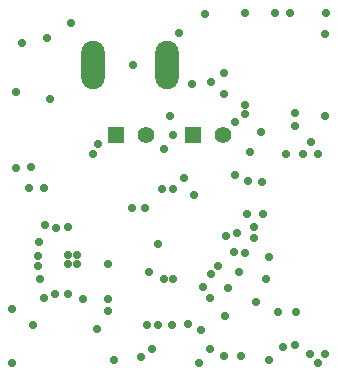
<source format=gbr>
G04 --- HEADER BEGIN --- *
G04 #@! TF.GenerationSoftware,LibrePCB,LibrePCB,1.0.1-unstable*
G04 #@! TF.CreationDate,2023-09-17T23:29:36*
G04 #@! TF.ProjectId,d0-reader,9220702f-a48e-4216-8865-87f6ea8ca353,v1*
G04 #@! TF.Part,Single*
G04 #@! TF.SameCoordinates*
G04 #@! TF.FileFunction,Copper,L3,Inr*
G04 #@! TF.FilePolarity,Positive*
%FSLAX66Y66*%
%MOMM*%
G01*
G75*
G04 --- HEADER END --- *
G04 --- APERTURE LIST BEGIN --- *
G04 #@! TA.AperFunction,ComponentPad*
%ADD10R,1.4X1.4*%
%ADD11C,1.4*%
%ADD12O,2.0X4.1*%
G04 #@! TA.AperFunction,ViaPad*
%ADD13C,0.7*%
G04 #@! TD*
G04 --- APERTURE LIST END --- *
G04 --- BOARD BEGIN --- *
D10*
G04 #@! TO.N,IR_RX*
G04 #@! TO.C,T1*
G04 #@! TO.P,T1,C,C*
X1980000Y0D03*
D11*
G04 #@! TO.N,GND*
G04 #@! TO.P,T1,A,E*
X4520000Y0D03*
D10*
G04 #@! TO.N,N1*
G04 #@! TO.C,LED1*
G04 #@! TO.P,LED1,C,C*
X-4520000Y0D03*
D11*
G04 #@! TO.N,N7*
G04 #@! TO.P,LED1,A,A*
X-1980000Y0D03*
D12*
G04 #@! TO.N,GND*
G04 #@! TO.C,J1*
G04 #@! TO.P,J1,2,2*
X-6500000Y5940000D03*
G04 #@! TO.N,VIN*
G04 #@! TO.P,J1,1,1*
X-200000Y5940000D03*
D13*
G04 #@! TD.C*
G04 #@! TD.P*
G04 #@! TO.N,GND*
X6588125Y-3889375D03*
X-7858125Y-10874375D03*
X9842500Y-1587500D03*
X6350000Y2540000D03*
X4603750Y5238750D03*
G04 #@! TO.N,N11*
X8413750Y-19050000D03*
G04 #@! TO.N,IR_RX*
X10715625Y-15001875D03*
G04 #@! TO.N,GND*
X10160000Y10318750D03*
X6350000Y1746250D03*
X-8651875Y-10160000D03*
X-11906250Y-4445000D03*
G04 #@! TO.N,3V3*
X13176250Y8572500D03*
G04 #@! TO.N,!LAN_RST*
X1587500Y-16033750D03*
X-1508125Y-18097500D03*
G04 #@! TO.N,GND*
X11906250Y-18573750D03*
G04 #@! TO.N,RMII_TXEN*
X-8651875Y-13414375D03*
X2857500Y-12858750D03*
G04 #@! TO.N,3V3*
X-10636250Y-4445000D03*
G04 #@! TO.N,IR_TX*
X9207500Y-15001875D03*
X-6032500Y-714375D03*
G04 #@! TO.N,GND*
X-12541250Y7778750D03*
G04 #@! TO.N,N8*
X-2460625Y-18811875D03*
X-7381875Y-13890625D03*
G04 #@! TO.N,GND*
X-13017500Y-2778125D03*
X-6191250Y-16430625D03*
G04 #@! TO.N,!RST*
X5556250Y1111250D03*
X5556250Y-3413125D03*
X7937500Y-6667500D03*
G04 #@! TO.N,GND*
X6032500Y-18732500D03*
G04 #@! TO.N,3V3*
X10636250Y-17780000D03*
G04 #@! TO.N,RMII_MDC*
X4683125Y-15319375D03*
X-5238750Y-14922500D03*
G04 #@! TO.N,GND*
X-6508750Y-1587500D03*
G04 #@! TO.N,N24*
X-9604375Y-7858125D03*
G04 #@! TO.N,GND*
X158750Y-16113125D03*
X-952500Y-16113125D03*
X-10160000Y3016250D03*
G04 #@! TO.N,N12*
X-8651875Y-7778750D03*
X7302500Y-14128750D03*
X6508750Y-6667500D03*
G04 #@! TO.N,3V3*
X4603750Y-18732500D03*
G04 #@! TO.N,GND*
X-635000Y-4603750D03*
X-3175000Y-6191250D03*
X12541250Y-19288125D03*
G04 #@! TO.N,3V3*
X4603750Y3492500D03*
G04 #@! TO.N,GND*
X-7858125Y-10160000D03*
G04 #@! TO.N,3V3*
X317500Y-4603750D03*
G04 #@! TO.N,RXP*
X7143750Y-8731250D03*
X5715000Y-8255000D03*
X-11033125Y-9048750D03*
G04 #@! TO.N,GND*
X6350000Y-10001250D03*
X-8334375Y9525000D03*
G04 #@! TO.N,TEST1*
X1905000Y4286250D03*
G04 #@! TO.N,SWDIO*
X10636250Y793750D03*
G04 #@! TO.N,GND*
X8175625Y-12223750D03*
X12541250Y-1587500D03*
G04 #@! TO.N,RMII_TXD0*
X-9683750Y-13493750D03*
X3492500Y-11747500D03*
G04 #@! TO.N,GND*
X9604375Y-17938750D03*
G04 #@! TO.N,3V3*
X13176250Y-18573750D03*
G04 #@! TO.N,GND*
X13255625Y10318750D03*
X2063750Y-5080000D03*
X7699375Y238125D03*
X-11747500Y-2698750D03*
G04 #@! TO.N,3V3*
X11271250Y-1587500D03*
G04 #@! TO.N,RXN*
X4762500Y-8572500D03*
X-11112500Y-10239375D03*
X7143750Y-7778750D03*
G04 #@! TO.N,GND*
X6350000Y10318750D03*
X-13017500Y3651250D03*
X317500Y0D03*
G04 #@! TO.N,RMII_TXD1*
X-10636250Y-13811250D03*
X4127500Y-11112500D03*
G04 #@! TO.N,N13*
X7778750Y-3968750D03*
G04 #@! TO.N,GND*
X3413125Y-18097500D03*
G04 #@! TO.N,TXP*
X5873750Y-11588750D03*
X5476875Y-9921875D03*
X-11112500Y-11112500D03*
G04 #@! TO.N,GND*
X6826250Y-1428750D03*
X4921250Y-12938125D03*
X-1746250Y-11588750D03*
G04 #@! TO.N,RMII_MDIO*
X-5238750Y-13890625D03*
X3413125Y-13811250D03*
G04 #@! TO.N,3V3*
X0Y1587500D03*
G04 #@! TO.N,TXN*
X-10953750Y-12223750D03*
G04 #@! TO.N,TEST2*
X3492500Y4524375D03*
G04 #@! TO.N,STATUS_LED*
X-10398125Y8255000D03*
X-476250Y-1190625D03*
G04 #@! TO.N,SWCLK*
X10636250Y1905000D03*
G04 #@! TO.N,GND*
X-3095625Y5953125D03*
X1190625Y-3651250D03*
X11985625Y-555625D03*
X2460625Y-19288125D03*
X-11588750Y-16113125D03*
G04 #@! TO.N,3V3*
X-1905000Y-16113125D03*
X317500Y-12223750D03*
X-476250Y-12223750D03*
G04 #@! TO.N,GND*
X2619375Y-16510000D03*
G04 #@! TO.N,3V3*
X-2063750Y-6191250D03*
G04 #@! TO.N,GND*
X-13335000Y-19288125D03*
G04 #@! TO.N,N20*
X8413750Y-10318750D03*
X-10556875Y-7620000D03*
G04 #@! TO.N,GND*
X13176250Y1587500D03*
G04 #@! TO.N,N18*
X-952500Y-9207500D03*
X-5238750Y-10953750D03*
G04 #@! TO.N,GND*
X-13335000Y-14763750D03*
X793750Y8651875D03*
X8890000Y10318750D03*
X3016250Y10239375D03*
X-8651875Y-10874375D03*
X-4683125Y-19050000D03*
G04 --- BOARD END --- *
G04 #@! TF.MD5,508f43238723c03fee46064c4271928e*
M02*

</source>
